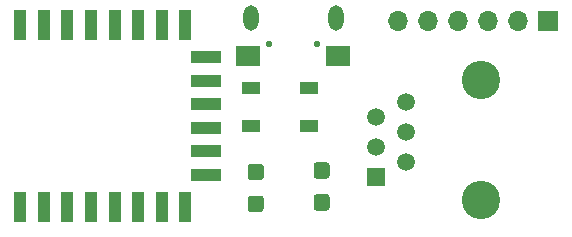
<source format=gbr>
%TF.GenerationSoftware,KiCad,Pcbnew,(5.1.9-0-10_14)*%
%TF.CreationDate,2021-04-09T15:24:22+02:00*%
%TF.ProjectId,P1_wifi,50315f77-6966-4692-9e6b-696361645f70,rev?*%
%TF.SameCoordinates,Original*%
%TF.FileFunction,Soldermask,Bot*%
%TF.FilePolarity,Negative*%
%FSLAX46Y46*%
G04 Gerber Fmt 4.6, Leading zero omitted, Abs format (unit mm)*
G04 Created by KiCad (PCBNEW (5.1.9-0-10_14)) date 2021-04-09 15:24:22*
%MOMM*%
%LPD*%
G01*
G04 APERTURE LIST*
%ADD10R,1.500000X1.000000*%
%ADD11R,1.100000X2.500000*%
%ADD12R,2.500000X1.100000*%
%ADD13O,1.700000X1.700000*%
%ADD14R,1.700000X1.700000*%
%ADD15C,0.550000*%
%ADD16O,1.300000X2.150000*%
%ADD17R,2.000000X1.800000*%
%ADD18R,1.520000X1.520000*%
%ADD19C,3.250000*%
%ADD20C,1.520000*%
G04 APERTURE END LIST*
D10*
%TO.C,D1*%
X28411000Y9195000D03*
X28411000Y12395000D03*
X33311000Y9195000D03*
X33311000Y12395000D03*
%TD*%
D11*
%TO.C,U1*%
X8890000Y17718000D03*
X10890000Y17718000D03*
X12890000Y17718000D03*
X14890000Y17718000D03*
X16890000Y17718000D03*
X18890000Y17718000D03*
X20890000Y17718000D03*
X22890000Y17718000D03*
X22890000Y2318000D03*
X20890000Y2318000D03*
X18890000Y2318000D03*
X16890000Y2318000D03*
X14890000Y2318000D03*
X12890000Y2318000D03*
X10890000Y2318000D03*
X8890000Y2318000D03*
D12*
X24590000Y15028000D03*
X24590000Y13028000D03*
X24590000Y11028000D03*
X24590000Y9028000D03*
X24590000Y7028000D03*
X24590000Y5028000D03*
%TD*%
D13*
%TO.C,J3*%
X40894000Y18034000D03*
X43434000Y18034000D03*
X45974000Y18034000D03*
X48514000Y18034000D03*
X51054000Y18034000D03*
D14*
X53594000Y18034000D03*
%TD*%
D15*
%TO.C,J2*%
X30004000Y16138000D03*
X34004000Y16138000D03*
D16*
X28404000Y18288000D03*
D17*
X28204000Y15128000D03*
D16*
X35604000Y18288000D03*
D17*
X35804000Y15128000D03*
%TD*%
D18*
%TO.C,J1*%
X38989000Y4826000D03*
D19*
X47879000Y2916000D03*
D20*
X41529000Y6096000D03*
X38989000Y7366000D03*
X41529000Y8636000D03*
X38989000Y9906000D03*
X41529000Y11176000D03*
D19*
X47879000Y13076000D03*
%TD*%
%TO.C,C3*%
G36*
G01*
X28403999Y3287000D02*
X29254001Y3287000D01*
G75*
G02*
X29504000Y3037001I0J-249999D01*
G01*
X29504000Y2136999D01*
G75*
G02*
X29254001Y1887000I-249999J0D01*
G01*
X28403999Y1887000D01*
G75*
G02*
X28154000Y2136999I0J249999D01*
G01*
X28154000Y3037001D01*
G75*
G02*
X28403999Y3287000I249999J0D01*
G01*
G37*
G36*
G01*
X28403999Y5987000D02*
X29254001Y5987000D01*
G75*
G02*
X29504000Y5737001I0J-249999D01*
G01*
X29504000Y4836999D01*
G75*
G02*
X29254001Y4587000I-249999J0D01*
G01*
X28403999Y4587000D01*
G75*
G02*
X28154000Y4836999I0J249999D01*
G01*
X28154000Y5737001D01*
G75*
G02*
X28403999Y5987000I249999J0D01*
G01*
G37*
%TD*%
%TO.C,C2*%
G36*
G01*
X33991999Y3414000D02*
X34842001Y3414000D01*
G75*
G02*
X35092000Y3164001I0J-249999D01*
G01*
X35092000Y2263999D01*
G75*
G02*
X34842001Y2014000I-249999J0D01*
G01*
X33991999Y2014000D01*
G75*
G02*
X33742000Y2263999I0J249999D01*
G01*
X33742000Y3164001D01*
G75*
G02*
X33991999Y3414000I249999J0D01*
G01*
G37*
G36*
G01*
X33991999Y6114000D02*
X34842001Y6114000D01*
G75*
G02*
X35092000Y5864001I0J-249999D01*
G01*
X35092000Y4963999D01*
G75*
G02*
X34842001Y4714000I-249999J0D01*
G01*
X33991999Y4714000D01*
G75*
G02*
X33742000Y4963999I0J249999D01*
G01*
X33742000Y5864001D01*
G75*
G02*
X33991999Y6114000I249999J0D01*
G01*
G37*
%TD*%
M02*

</source>
